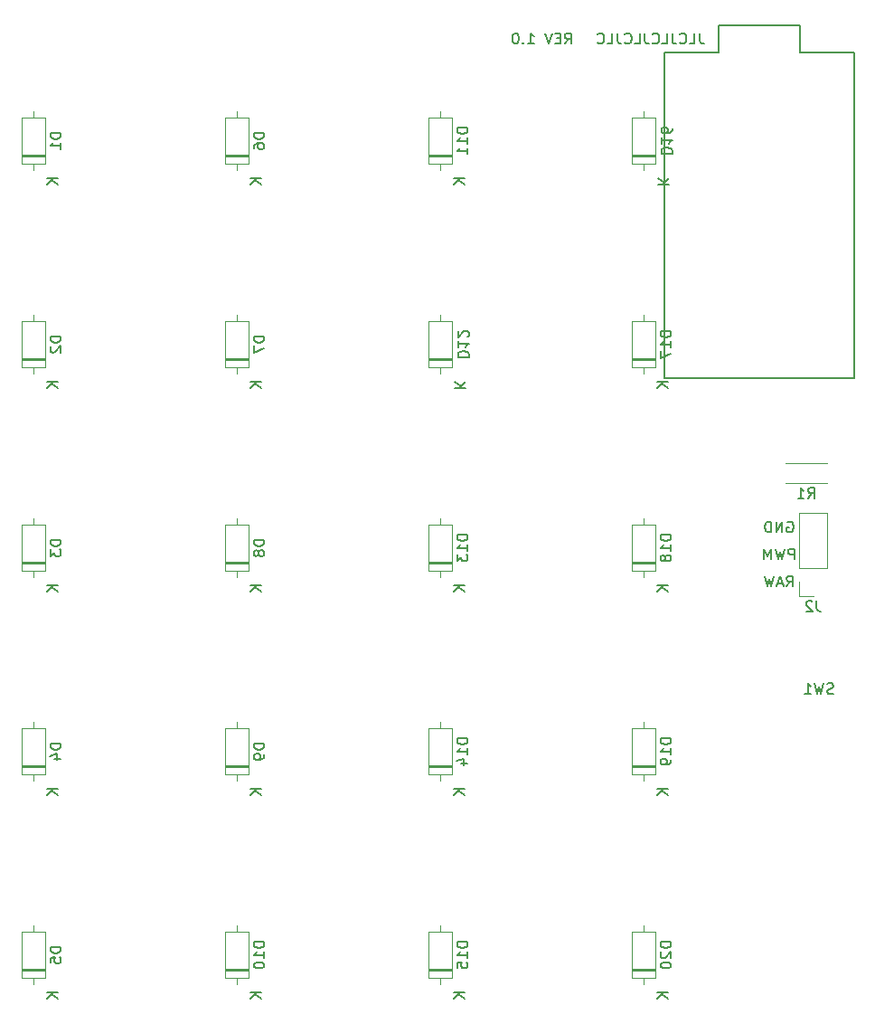
<source format=gbr>
G04 #@! TF.GenerationSoftware,KiCad,Pcbnew,(5.1.5)-3*
G04 #@! TF.CreationDate,2020-01-22T10:49:56+00:00*
G04 #@! TF.ProjectId,macro20,6d616372-6f32-4302-9e6b-696361645f70,rev?*
G04 #@! TF.SameCoordinates,Original*
G04 #@! TF.FileFunction,Legend,Bot*
G04 #@! TF.FilePolarity,Positive*
%FSLAX46Y46*%
G04 Gerber Fmt 4.6, Leading zero omitted, Abs format (unit mm)*
G04 Created by KiCad (PCBNEW (5.1.5)-3) date 2020-01-22 10:49:56*
%MOMM*%
%LPD*%
G04 APERTURE LIST*
%ADD10C,0.200000*%
%ADD11C,0.150000*%
%ADD12C,0.120000*%
G04 APERTURE END LIST*
D10*
X138032857Y-51887380D02*
X138366190Y-51411190D01*
X138604285Y-51887380D02*
X138604285Y-50887380D01*
X138223333Y-50887380D01*
X138128095Y-50935000D01*
X138080476Y-50982619D01*
X138032857Y-51077857D01*
X138032857Y-51220714D01*
X138080476Y-51315952D01*
X138128095Y-51363571D01*
X138223333Y-51411190D01*
X138604285Y-51411190D01*
X137604285Y-51363571D02*
X137270952Y-51363571D01*
X137128095Y-51887380D02*
X137604285Y-51887380D01*
X137604285Y-50887380D01*
X137128095Y-50887380D01*
X136842380Y-50887380D02*
X136509047Y-51887380D01*
X136175714Y-50887380D01*
X134556666Y-51887380D02*
X135128095Y-51887380D01*
X134842380Y-51887380D02*
X134842380Y-50887380D01*
X134937619Y-51030238D01*
X135032857Y-51125476D01*
X135128095Y-51173095D01*
X134128095Y-51792142D02*
X134080476Y-51839761D01*
X134128095Y-51887380D01*
X134175714Y-51839761D01*
X134128095Y-51792142D01*
X134128095Y-51887380D01*
X133461428Y-50887380D02*
X133366190Y-50887380D01*
X133270952Y-50935000D01*
X133223333Y-50982619D01*
X133175714Y-51077857D01*
X133128095Y-51268333D01*
X133128095Y-51506428D01*
X133175714Y-51696904D01*
X133223333Y-51792142D01*
X133270952Y-51839761D01*
X133366190Y-51887380D01*
X133461428Y-51887380D01*
X133556666Y-51839761D01*
X133604285Y-51792142D01*
X133651904Y-51696904D01*
X133699523Y-51506428D01*
X133699523Y-51268333D01*
X133651904Y-51077857D01*
X133604285Y-50982619D01*
X133556666Y-50935000D01*
X133461428Y-50887380D01*
X150669047Y-50887380D02*
X150669047Y-51601666D01*
X150716666Y-51744523D01*
X150811904Y-51839761D01*
X150954761Y-51887380D01*
X151050000Y-51887380D01*
X149716666Y-51887380D02*
X150192857Y-51887380D01*
X150192857Y-50887380D01*
X148811904Y-51792142D02*
X148859523Y-51839761D01*
X149002380Y-51887380D01*
X149097619Y-51887380D01*
X149240476Y-51839761D01*
X149335714Y-51744523D01*
X149383333Y-51649285D01*
X149430952Y-51458809D01*
X149430952Y-51315952D01*
X149383333Y-51125476D01*
X149335714Y-51030238D01*
X149240476Y-50935000D01*
X149097619Y-50887380D01*
X149002380Y-50887380D01*
X148859523Y-50935000D01*
X148811904Y-50982619D01*
X148097619Y-50887380D02*
X148097619Y-51601666D01*
X148145238Y-51744523D01*
X148240476Y-51839761D01*
X148383333Y-51887380D01*
X148478571Y-51887380D01*
X147145238Y-51887380D02*
X147621428Y-51887380D01*
X147621428Y-50887380D01*
X146240476Y-51792142D02*
X146288095Y-51839761D01*
X146430952Y-51887380D01*
X146526190Y-51887380D01*
X146669047Y-51839761D01*
X146764285Y-51744523D01*
X146811904Y-51649285D01*
X146859523Y-51458809D01*
X146859523Y-51315952D01*
X146811904Y-51125476D01*
X146764285Y-51030238D01*
X146669047Y-50935000D01*
X146526190Y-50887380D01*
X146430952Y-50887380D01*
X146288095Y-50935000D01*
X146240476Y-50982619D01*
X145526190Y-50887380D02*
X145526190Y-51601666D01*
X145573809Y-51744523D01*
X145669047Y-51839761D01*
X145811904Y-51887380D01*
X145907142Y-51887380D01*
X144573809Y-51887380D02*
X145050000Y-51887380D01*
X145050000Y-50887380D01*
X143669047Y-51792142D02*
X143716666Y-51839761D01*
X143859523Y-51887380D01*
X143954761Y-51887380D01*
X144097619Y-51839761D01*
X144192857Y-51744523D01*
X144240476Y-51649285D01*
X144288095Y-51458809D01*
X144288095Y-51315952D01*
X144240476Y-51125476D01*
X144192857Y-51030238D01*
X144097619Y-50935000D01*
X143954761Y-50887380D01*
X143859523Y-50887380D01*
X143716666Y-50935000D01*
X143669047Y-50982619D01*
X142954761Y-50887380D02*
X142954761Y-51601666D01*
X143002380Y-51744523D01*
X143097619Y-51839761D01*
X143240476Y-51887380D01*
X143335714Y-51887380D01*
X142002380Y-51887380D02*
X142478571Y-51887380D01*
X142478571Y-50887380D01*
X141097619Y-51792142D02*
X141145238Y-51839761D01*
X141288095Y-51887380D01*
X141383333Y-51887380D01*
X141526190Y-51839761D01*
X141621428Y-51744523D01*
X141669047Y-51649285D01*
X141716666Y-51458809D01*
X141716666Y-51315952D01*
X141669047Y-51125476D01*
X141621428Y-51030238D01*
X141526190Y-50935000D01*
X141383333Y-50887380D01*
X141288095Y-50887380D01*
X141145238Y-50935000D01*
X141097619Y-50982619D01*
D11*
X159519761Y-100147380D02*
X159519761Y-99147380D01*
X159138809Y-99147380D01*
X159043571Y-99195000D01*
X158995952Y-99242619D01*
X158948333Y-99337857D01*
X158948333Y-99480714D01*
X158995952Y-99575952D01*
X159043571Y-99623571D01*
X159138809Y-99671190D01*
X159519761Y-99671190D01*
X158615000Y-99147380D02*
X158376904Y-100147380D01*
X158186428Y-99433095D01*
X157995952Y-100147380D01*
X157757857Y-99147380D01*
X157376904Y-100147380D02*
X157376904Y-99147380D01*
X157043571Y-99861666D01*
X156710238Y-99147380D01*
X156710238Y-100147380D01*
X158876904Y-96655000D02*
X158972142Y-96607380D01*
X159115000Y-96607380D01*
X159257857Y-96655000D01*
X159353095Y-96750238D01*
X159400714Y-96845476D01*
X159448333Y-97035952D01*
X159448333Y-97178809D01*
X159400714Y-97369285D01*
X159353095Y-97464523D01*
X159257857Y-97559761D01*
X159115000Y-97607380D01*
X159019761Y-97607380D01*
X158876904Y-97559761D01*
X158829285Y-97512142D01*
X158829285Y-97178809D01*
X159019761Y-97178809D01*
X158400714Y-97607380D02*
X158400714Y-96607380D01*
X157829285Y-97607380D01*
X157829285Y-96607380D01*
X157353095Y-97607380D02*
X157353095Y-96607380D01*
X157115000Y-96607380D01*
X156972142Y-96655000D01*
X156876904Y-96750238D01*
X156829285Y-96845476D01*
X156781666Y-97035952D01*
X156781666Y-97178809D01*
X156829285Y-97369285D01*
X156876904Y-97464523D01*
X156972142Y-97559761D01*
X157115000Y-97607380D01*
X157353095Y-97607380D01*
X158805476Y-102687380D02*
X159138809Y-102211190D01*
X159376904Y-102687380D02*
X159376904Y-101687380D01*
X158995952Y-101687380D01*
X158900714Y-101735000D01*
X158853095Y-101782619D01*
X158805476Y-101877857D01*
X158805476Y-102020714D01*
X158853095Y-102115952D01*
X158900714Y-102163571D01*
X158995952Y-102211190D01*
X159376904Y-102211190D01*
X158424523Y-102401666D02*
X157948333Y-102401666D01*
X158519761Y-102687380D02*
X158186428Y-101687380D01*
X157853095Y-102687380D01*
X157615000Y-101687380D02*
X157376904Y-102687380D01*
X157186428Y-101973095D01*
X156995952Y-102687380D01*
X156757857Y-101687380D01*
X165100000Y-52705000D02*
X165100000Y-83185000D01*
X160020000Y-52705000D02*
X165100000Y-52705000D01*
X160020000Y-50165000D02*
X160020000Y-52705000D01*
X152400000Y-50165000D02*
X160020000Y-50165000D01*
X152400000Y-52705000D02*
X152400000Y-50165000D01*
X147320000Y-52705000D02*
X152400000Y-52705000D01*
X147320000Y-83185000D02*
X147320000Y-52705000D01*
X165100000Y-83185000D02*
X147320000Y-83185000D01*
D12*
X158735000Y-91155000D02*
X162575000Y-91155000D01*
X158735000Y-92995000D02*
X162575000Y-92995000D01*
X159960000Y-103565000D02*
X161290000Y-103565000D01*
X159960000Y-102235000D02*
X159960000Y-103565000D01*
X159960000Y-100965000D02*
X162620000Y-100965000D01*
X162620000Y-100965000D02*
X162620000Y-95825000D01*
X159960000Y-100965000D02*
X159960000Y-95825000D01*
X159960000Y-95825000D02*
X162620000Y-95825000D01*
X146535000Y-138680000D02*
X144295000Y-138680000D01*
X146535000Y-138440000D02*
X144295000Y-138440000D01*
X146535000Y-138560000D02*
X144295000Y-138560000D01*
X145415000Y-134390000D02*
X145415000Y-135040000D01*
X145415000Y-139930000D02*
X145415000Y-139280000D01*
X146535000Y-135040000D02*
X146535000Y-139280000D01*
X144295000Y-135040000D02*
X146535000Y-135040000D01*
X144295000Y-139280000D02*
X144295000Y-135040000D01*
X146535000Y-139280000D02*
X144295000Y-139280000D01*
X146535000Y-119630000D02*
X144295000Y-119630000D01*
X146535000Y-119390000D02*
X144295000Y-119390000D01*
X146535000Y-119510000D02*
X144295000Y-119510000D01*
X145415000Y-115340000D02*
X145415000Y-115990000D01*
X145415000Y-120880000D02*
X145415000Y-120230000D01*
X146535000Y-115990000D02*
X146535000Y-120230000D01*
X144295000Y-115990000D02*
X146535000Y-115990000D01*
X144295000Y-120230000D02*
X144295000Y-115990000D01*
X146535000Y-120230000D02*
X144295000Y-120230000D01*
X146535000Y-100580000D02*
X144295000Y-100580000D01*
X146535000Y-100340000D02*
X144295000Y-100340000D01*
X146535000Y-100460000D02*
X144295000Y-100460000D01*
X145415000Y-96290000D02*
X145415000Y-96940000D01*
X145415000Y-101830000D02*
X145415000Y-101180000D01*
X146535000Y-96940000D02*
X146535000Y-101180000D01*
X144295000Y-96940000D02*
X146535000Y-96940000D01*
X144295000Y-101180000D02*
X144295000Y-96940000D01*
X146535000Y-101180000D02*
X144295000Y-101180000D01*
X146535000Y-81530000D02*
X144295000Y-81530000D01*
X146535000Y-81290000D02*
X144295000Y-81290000D01*
X146535000Y-81410000D02*
X144295000Y-81410000D01*
X145415000Y-77240000D02*
X145415000Y-77890000D01*
X145415000Y-82780000D02*
X145415000Y-82130000D01*
X146535000Y-77890000D02*
X146535000Y-82130000D01*
X144295000Y-77890000D02*
X146535000Y-77890000D01*
X144295000Y-82130000D02*
X144295000Y-77890000D01*
X146535000Y-82130000D02*
X144295000Y-82130000D01*
X146535000Y-62480000D02*
X144295000Y-62480000D01*
X146535000Y-62240000D02*
X144295000Y-62240000D01*
X146535000Y-62360000D02*
X144295000Y-62360000D01*
X145415000Y-58190000D02*
X145415000Y-58840000D01*
X145415000Y-63730000D02*
X145415000Y-63080000D01*
X146535000Y-58840000D02*
X146535000Y-63080000D01*
X144295000Y-58840000D02*
X146535000Y-58840000D01*
X144295000Y-63080000D02*
X144295000Y-58840000D01*
X146535000Y-63080000D02*
X144295000Y-63080000D01*
X127485000Y-138680000D02*
X125245000Y-138680000D01*
X127485000Y-138440000D02*
X125245000Y-138440000D01*
X127485000Y-138560000D02*
X125245000Y-138560000D01*
X126365000Y-134390000D02*
X126365000Y-135040000D01*
X126365000Y-139930000D02*
X126365000Y-139280000D01*
X127485000Y-135040000D02*
X127485000Y-139280000D01*
X125245000Y-135040000D02*
X127485000Y-135040000D01*
X125245000Y-139280000D02*
X125245000Y-135040000D01*
X127485000Y-139280000D02*
X125245000Y-139280000D01*
X127485000Y-119630000D02*
X125245000Y-119630000D01*
X127485000Y-119390000D02*
X125245000Y-119390000D01*
X127485000Y-119510000D02*
X125245000Y-119510000D01*
X126365000Y-115340000D02*
X126365000Y-115990000D01*
X126365000Y-120880000D02*
X126365000Y-120230000D01*
X127485000Y-115990000D02*
X127485000Y-120230000D01*
X125245000Y-115990000D02*
X127485000Y-115990000D01*
X125245000Y-120230000D02*
X125245000Y-115990000D01*
X127485000Y-120230000D02*
X125245000Y-120230000D01*
X127485000Y-100580000D02*
X125245000Y-100580000D01*
X127485000Y-100340000D02*
X125245000Y-100340000D01*
X127485000Y-100460000D02*
X125245000Y-100460000D01*
X126365000Y-96290000D02*
X126365000Y-96940000D01*
X126365000Y-101830000D02*
X126365000Y-101180000D01*
X127485000Y-96940000D02*
X127485000Y-101180000D01*
X125245000Y-96940000D02*
X127485000Y-96940000D01*
X125245000Y-101180000D02*
X125245000Y-96940000D01*
X127485000Y-101180000D02*
X125245000Y-101180000D01*
X127485000Y-81530000D02*
X125245000Y-81530000D01*
X127485000Y-81290000D02*
X125245000Y-81290000D01*
X127485000Y-81410000D02*
X125245000Y-81410000D01*
X126365000Y-77240000D02*
X126365000Y-77890000D01*
X126365000Y-82780000D02*
X126365000Y-82130000D01*
X127485000Y-77890000D02*
X127485000Y-82130000D01*
X125245000Y-77890000D02*
X127485000Y-77890000D01*
X125245000Y-82130000D02*
X125245000Y-77890000D01*
X127485000Y-82130000D02*
X125245000Y-82130000D01*
X127485000Y-62480000D02*
X125245000Y-62480000D01*
X127485000Y-62240000D02*
X125245000Y-62240000D01*
X127485000Y-62360000D02*
X125245000Y-62360000D01*
X126365000Y-58190000D02*
X126365000Y-58840000D01*
X126365000Y-63730000D02*
X126365000Y-63080000D01*
X127485000Y-58840000D02*
X127485000Y-63080000D01*
X125245000Y-58840000D02*
X127485000Y-58840000D01*
X125245000Y-63080000D02*
X125245000Y-58840000D01*
X127485000Y-63080000D02*
X125245000Y-63080000D01*
X108435000Y-138680000D02*
X106195000Y-138680000D01*
X108435000Y-138440000D02*
X106195000Y-138440000D01*
X108435000Y-138560000D02*
X106195000Y-138560000D01*
X107315000Y-134390000D02*
X107315000Y-135040000D01*
X107315000Y-139930000D02*
X107315000Y-139280000D01*
X108435000Y-135040000D02*
X108435000Y-139280000D01*
X106195000Y-135040000D02*
X108435000Y-135040000D01*
X106195000Y-139280000D02*
X106195000Y-135040000D01*
X108435000Y-139280000D02*
X106195000Y-139280000D01*
X108435000Y-119630000D02*
X106195000Y-119630000D01*
X108435000Y-119390000D02*
X106195000Y-119390000D01*
X108435000Y-119510000D02*
X106195000Y-119510000D01*
X107315000Y-115340000D02*
X107315000Y-115990000D01*
X107315000Y-120880000D02*
X107315000Y-120230000D01*
X108435000Y-115990000D02*
X108435000Y-120230000D01*
X106195000Y-115990000D02*
X108435000Y-115990000D01*
X106195000Y-120230000D02*
X106195000Y-115990000D01*
X108435000Y-120230000D02*
X106195000Y-120230000D01*
X108435000Y-100580000D02*
X106195000Y-100580000D01*
X108435000Y-100340000D02*
X106195000Y-100340000D01*
X108435000Y-100460000D02*
X106195000Y-100460000D01*
X107315000Y-96290000D02*
X107315000Y-96940000D01*
X107315000Y-101830000D02*
X107315000Y-101180000D01*
X108435000Y-96940000D02*
X108435000Y-101180000D01*
X106195000Y-96940000D02*
X108435000Y-96940000D01*
X106195000Y-101180000D02*
X106195000Y-96940000D01*
X108435000Y-101180000D02*
X106195000Y-101180000D01*
X108435000Y-81530000D02*
X106195000Y-81530000D01*
X108435000Y-81290000D02*
X106195000Y-81290000D01*
X108435000Y-81410000D02*
X106195000Y-81410000D01*
X107315000Y-77240000D02*
X107315000Y-77890000D01*
X107315000Y-82780000D02*
X107315000Y-82130000D01*
X108435000Y-77890000D02*
X108435000Y-82130000D01*
X106195000Y-77890000D02*
X108435000Y-77890000D01*
X106195000Y-82130000D02*
X106195000Y-77890000D01*
X108435000Y-82130000D02*
X106195000Y-82130000D01*
X108435000Y-62480000D02*
X106195000Y-62480000D01*
X108435000Y-62240000D02*
X106195000Y-62240000D01*
X108435000Y-62360000D02*
X106195000Y-62360000D01*
X107315000Y-58190000D02*
X107315000Y-58840000D01*
X107315000Y-63730000D02*
X107315000Y-63080000D01*
X108435000Y-58840000D02*
X108435000Y-63080000D01*
X106195000Y-58840000D02*
X108435000Y-58840000D01*
X106195000Y-63080000D02*
X106195000Y-58840000D01*
X108435000Y-63080000D02*
X106195000Y-63080000D01*
X89385000Y-138680000D02*
X87145000Y-138680000D01*
X89385000Y-138440000D02*
X87145000Y-138440000D01*
X89385000Y-138560000D02*
X87145000Y-138560000D01*
X88265000Y-134390000D02*
X88265000Y-135040000D01*
X88265000Y-139930000D02*
X88265000Y-139280000D01*
X89385000Y-135040000D02*
X89385000Y-139280000D01*
X87145000Y-135040000D02*
X89385000Y-135040000D01*
X87145000Y-139280000D02*
X87145000Y-135040000D01*
X89385000Y-139280000D02*
X87145000Y-139280000D01*
X89385000Y-119630000D02*
X87145000Y-119630000D01*
X89385000Y-119390000D02*
X87145000Y-119390000D01*
X89385000Y-119510000D02*
X87145000Y-119510000D01*
X88265000Y-115340000D02*
X88265000Y-115990000D01*
X88265000Y-120880000D02*
X88265000Y-120230000D01*
X89385000Y-115990000D02*
X89385000Y-120230000D01*
X87145000Y-115990000D02*
X89385000Y-115990000D01*
X87145000Y-120230000D02*
X87145000Y-115990000D01*
X89385000Y-120230000D02*
X87145000Y-120230000D01*
X89385000Y-100580000D02*
X87145000Y-100580000D01*
X89385000Y-100340000D02*
X87145000Y-100340000D01*
X89385000Y-100460000D02*
X87145000Y-100460000D01*
X88265000Y-96290000D02*
X88265000Y-96940000D01*
X88265000Y-101830000D02*
X88265000Y-101180000D01*
X89385000Y-96940000D02*
X89385000Y-101180000D01*
X87145000Y-96940000D02*
X89385000Y-96940000D01*
X87145000Y-101180000D02*
X87145000Y-96940000D01*
X89385000Y-101180000D02*
X87145000Y-101180000D01*
X89385000Y-81530000D02*
X87145000Y-81530000D01*
X89385000Y-81290000D02*
X87145000Y-81290000D01*
X89385000Y-81410000D02*
X87145000Y-81410000D01*
X88265000Y-77240000D02*
X88265000Y-77890000D01*
X88265000Y-82780000D02*
X88265000Y-82130000D01*
X89385000Y-77890000D02*
X89385000Y-82130000D01*
X87145000Y-77890000D02*
X89385000Y-77890000D01*
X87145000Y-82130000D02*
X87145000Y-77890000D01*
X89385000Y-82130000D02*
X87145000Y-82130000D01*
X89385000Y-62480000D02*
X87145000Y-62480000D01*
X89385000Y-62240000D02*
X87145000Y-62240000D01*
X89385000Y-62360000D02*
X87145000Y-62360000D01*
X88265000Y-58190000D02*
X88265000Y-58840000D01*
X88265000Y-63730000D02*
X88265000Y-63080000D01*
X89385000Y-58840000D02*
X89385000Y-63080000D01*
X87145000Y-58840000D02*
X89385000Y-58840000D01*
X87145000Y-63080000D02*
X87145000Y-58840000D01*
X89385000Y-63080000D02*
X87145000Y-63080000D01*
D11*
X160821666Y-94447380D02*
X161155000Y-93971190D01*
X161393095Y-94447380D02*
X161393095Y-93447380D01*
X161012142Y-93447380D01*
X160916904Y-93495000D01*
X160869285Y-93542619D01*
X160821666Y-93637857D01*
X160821666Y-93780714D01*
X160869285Y-93875952D01*
X160916904Y-93923571D01*
X161012142Y-93971190D01*
X161393095Y-93971190D01*
X159869285Y-94447380D02*
X160440714Y-94447380D01*
X160155000Y-94447380D02*
X160155000Y-93447380D01*
X160250238Y-93590238D01*
X160345476Y-93685476D01*
X160440714Y-93733095D01*
X163183333Y-112704761D02*
X163040476Y-112752380D01*
X162802380Y-112752380D01*
X162707142Y-112704761D01*
X162659523Y-112657142D01*
X162611904Y-112561904D01*
X162611904Y-112466666D01*
X162659523Y-112371428D01*
X162707142Y-112323809D01*
X162802380Y-112276190D01*
X162992857Y-112228571D01*
X163088095Y-112180952D01*
X163135714Y-112133333D01*
X163183333Y-112038095D01*
X163183333Y-111942857D01*
X163135714Y-111847619D01*
X163088095Y-111800000D01*
X162992857Y-111752380D01*
X162754761Y-111752380D01*
X162611904Y-111800000D01*
X162278571Y-111752380D02*
X162040476Y-112752380D01*
X161850000Y-112038095D01*
X161659523Y-112752380D01*
X161421428Y-111752380D01*
X160516666Y-112752380D02*
X161088095Y-112752380D01*
X160802380Y-112752380D02*
X160802380Y-111752380D01*
X160897619Y-111895238D01*
X160992857Y-111990476D01*
X161088095Y-112038095D01*
X161623333Y-104017380D02*
X161623333Y-104731666D01*
X161670952Y-104874523D01*
X161766190Y-104969761D01*
X161909047Y-105017380D01*
X162004285Y-105017380D01*
X161194761Y-104112619D02*
X161147142Y-104065000D01*
X161051904Y-104017380D01*
X160813809Y-104017380D01*
X160718571Y-104065000D01*
X160670952Y-104112619D01*
X160623333Y-104207857D01*
X160623333Y-104303095D01*
X160670952Y-104445952D01*
X161242380Y-105017380D01*
X160623333Y-105017380D01*
X147987380Y-135945714D02*
X146987380Y-135945714D01*
X146987380Y-136183809D01*
X147035000Y-136326666D01*
X147130238Y-136421904D01*
X147225476Y-136469523D01*
X147415952Y-136517142D01*
X147558809Y-136517142D01*
X147749285Y-136469523D01*
X147844523Y-136421904D01*
X147939761Y-136326666D01*
X147987380Y-136183809D01*
X147987380Y-135945714D01*
X147082619Y-136898095D02*
X147035000Y-136945714D01*
X146987380Y-137040952D01*
X146987380Y-137279047D01*
X147035000Y-137374285D01*
X147082619Y-137421904D01*
X147177857Y-137469523D01*
X147273095Y-137469523D01*
X147415952Y-137421904D01*
X147987380Y-136850476D01*
X147987380Y-137469523D01*
X146987380Y-138088571D02*
X146987380Y-138183809D01*
X147035000Y-138279047D01*
X147082619Y-138326666D01*
X147177857Y-138374285D01*
X147368333Y-138421904D01*
X147606428Y-138421904D01*
X147796904Y-138374285D01*
X147892142Y-138326666D01*
X147939761Y-138279047D01*
X147987380Y-138183809D01*
X147987380Y-138088571D01*
X147939761Y-137993333D01*
X147892142Y-137945714D01*
X147796904Y-137898095D01*
X147606428Y-137850476D01*
X147368333Y-137850476D01*
X147177857Y-137898095D01*
X147082619Y-137945714D01*
X147035000Y-137993333D01*
X146987380Y-138088571D01*
X147667380Y-140708095D02*
X146667380Y-140708095D01*
X147667380Y-141279523D02*
X147095952Y-140850952D01*
X146667380Y-141279523D02*
X147238809Y-140708095D01*
X147987380Y-116895714D02*
X146987380Y-116895714D01*
X146987380Y-117133809D01*
X147035000Y-117276666D01*
X147130238Y-117371904D01*
X147225476Y-117419523D01*
X147415952Y-117467142D01*
X147558809Y-117467142D01*
X147749285Y-117419523D01*
X147844523Y-117371904D01*
X147939761Y-117276666D01*
X147987380Y-117133809D01*
X147987380Y-116895714D01*
X147987380Y-118419523D02*
X147987380Y-117848095D01*
X147987380Y-118133809D02*
X146987380Y-118133809D01*
X147130238Y-118038571D01*
X147225476Y-117943333D01*
X147273095Y-117848095D01*
X147987380Y-118895714D02*
X147987380Y-119086190D01*
X147939761Y-119181428D01*
X147892142Y-119229047D01*
X147749285Y-119324285D01*
X147558809Y-119371904D01*
X147177857Y-119371904D01*
X147082619Y-119324285D01*
X147035000Y-119276666D01*
X146987380Y-119181428D01*
X146987380Y-118990952D01*
X147035000Y-118895714D01*
X147082619Y-118848095D01*
X147177857Y-118800476D01*
X147415952Y-118800476D01*
X147511190Y-118848095D01*
X147558809Y-118895714D01*
X147606428Y-118990952D01*
X147606428Y-119181428D01*
X147558809Y-119276666D01*
X147511190Y-119324285D01*
X147415952Y-119371904D01*
X147667380Y-121658095D02*
X146667380Y-121658095D01*
X147667380Y-122229523D02*
X147095952Y-121800952D01*
X146667380Y-122229523D02*
X147238809Y-121658095D01*
X147987380Y-97845714D02*
X146987380Y-97845714D01*
X146987380Y-98083809D01*
X147035000Y-98226666D01*
X147130238Y-98321904D01*
X147225476Y-98369523D01*
X147415952Y-98417142D01*
X147558809Y-98417142D01*
X147749285Y-98369523D01*
X147844523Y-98321904D01*
X147939761Y-98226666D01*
X147987380Y-98083809D01*
X147987380Y-97845714D01*
X147987380Y-99369523D02*
X147987380Y-98798095D01*
X147987380Y-99083809D02*
X146987380Y-99083809D01*
X147130238Y-98988571D01*
X147225476Y-98893333D01*
X147273095Y-98798095D01*
X147415952Y-99940952D02*
X147368333Y-99845714D01*
X147320714Y-99798095D01*
X147225476Y-99750476D01*
X147177857Y-99750476D01*
X147082619Y-99798095D01*
X147035000Y-99845714D01*
X146987380Y-99940952D01*
X146987380Y-100131428D01*
X147035000Y-100226666D01*
X147082619Y-100274285D01*
X147177857Y-100321904D01*
X147225476Y-100321904D01*
X147320714Y-100274285D01*
X147368333Y-100226666D01*
X147415952Y-100131428D01*
X147415952Y-99940952D01*
X147463571Y-99845714D01*
X147511190Y-99798095D01*
X147606428Y-99750476D01*
X147796904Y-99750476D01*
X147892142Y-99798095D01*
X147939761Y-99845714D01*
X147987380Y-99940952D01*
X147987380Y-100131428D01*
X147939761Y-100226666D01*
X147892142Y-100274285D01*
X147796904Y-100321904D01*
X147606428Y-100321904D01*
X147511190Y-100274285D01*
X147463571Y-100226666D01*
X147415952Y-100131428D01*
X147667380Y-102608095D02*
X146667380Y-102608095D01*
X147667380Y-103179523D02*
X147095952Y-102750952D01*
X146667380Y-103179523D02*
X147238809Y-102608095D01*
X147987380Y-78795714D02*
X146987380Y-78795714D01*
X146987380Y-79033809D01*
X147035000Y-79176666D01*
X147130238Y-79271904D01*
X147225476Y-79319523D01*
X147415952Y-79367142D01*
X147558809Y-79367142D01*
X147749285Y-79319523D01*
X147844523Y-79271904D01*
X147939761Y-79176666D01*
X147987380Y-79033809D01*
X147987380Y-78795714D01*
X147987380Y-80319523D02*
X147987380Y-79748095D01*
X147987380Y-80033809D02*
X146987380Y-80033809D01*
X147130238Y-79938571D01*
X147225476Y-79843333D01*
X147273095Y-79748095D01*
X146987380Y-80652857D02*
X146987380Y-81319523D01*
X147987380Y-80890952D01*
X147667380Y-83558095D02*
X146667380Y-83558095D01*
X147667380Y-84129523D02*
X147095952Y-83700952D01*
X146667380Y-84129523D02*
X147238809Y-83558095D01*
X147082619Y-62174285D02*
X148082619Y-62174285D01*
X148082619Y-61936190D01*
X148035000Y-61793333D01*
X147939761Y-61698095D01*
X147844523Y-61650476D01*
X147654047Y-61602857D01*
X147511190Y-61602857D01*
X147320714Y-61650476D01*
X147225476Y-61698095D01*
X147130238Y-61793333D01*
X147082619Y-61936190D01*
X147082619Y-62174285D01*
X147082619Y-60650476D02*
X147082619Y-61221904D01*
X147082619Y-60936190D02*
X148082619Y-60936190D01*
X147939761Y-61031428D01*
X147844523Y-61126666D01*
X147796904Y-61221904D01*
X148082619Y-59793333D02*
X148082619Y-59983809D01*
X148035000Y-60079047D01*
X147987380Y-60126666D01*
X147844523Y-60221904D01*
X147654047Y-60269523D01*
X147273095Y-60269523D01*
X147177857Y-60221904D01*
X147130238Y-60174285D01*
X147082619Y-60079047D01*
X147082619Y-59888571D01*
X147130238Y-59793333D01*
X147177857Y-59745714D01*
X147273095Y-59698095D01*
X147511190Y-59698095D01*
X147606428Y-59745714D01*
X147654047Y-59793333D01*
X147701666Y-59888571D01*
X147701666Y-60079047D01*
X147654047Y-60174285D01*
X147606428Y-60221904D01*
X147511190Y-60269523D01*
X146762619Y-65031904D02*
X147762619Y-65031904D01*
X146762619Y-64460476D02*
X147334047Y-64889047D01*
X147762619Y-64460476D02*
X147191190Y-65031904D01*
X128937380Y-135945714D02*
X127937380Y-135945714D01*
X127937380Y-136183809D01*
X127985000Y-136326666D01*
X128080238Y-136421904D01*
X128175476Y-136469523D01*
X128365952Y-136517142D01*
X128508809Y-136517142D01*
X128699285Y-136469523D01*
X128794523Y-136421904D01*
X128889761Y-136326666D01*
X128937380Y-136183809D01*
X128937380Y-135945714D01*
X128937380Y-137469523D02*
X128937380Y-136898095D01*
X128937380Y-137183809D02*
X127937380Y-137183809D01*
X128080238Y-137088571D01*
X128175476Y-136993333D01*
X128223095Y-136898095D01*
X127937380Y-138374285D02*
X127937380Y-137898095D01*
X128413571Y-137850476D01*
X128365952Y-137898095D01*
X128318333Y-137993333D01*
X128318333Y-138231428D01*
X128365952Y-138326666D01*
X128413571Y-138374285D01*
X128508809Y-138421904D01*
X128746904Y-138421904D01*
X128842142Y-138374285D01*
X128889761Y-138326666D01*
X128937380Y-138231428D01*
X128937380Y-137993333D01*
X128889761Y-137898095D01*
X128842142Y-137850476D01*
X128617380Y-140708095D02*
X127617380Y-140708095D01*
X128617380Y-141279523D02*
X128045952Y-140850952D01*
X127617380Y-141279523D02*
X128188809Y-140708095D01*
X128937380Y-116895714D02*
X127937380Y-116895714D01*
X127937380Y-117133809D01*
X127985000Y-117276666D01*
X128080238Y-117371904D01*
X128175476Y-117419523D01*
X128365952Y-117467142D01*
X128508809Y-117467142D01*
X128699285Y-117419523D01*
X128794523Y-117371904D01*
X128889761Y-117276666D01*
X128937380Y-117133809D01*
X128937380Y-116895714D01*
X128937380Y-118419523D02*
X128937380Y-117848095D01*
X128937380Y-118133809D02*
X127937380Y-118133809D01*
X128080238Y-118038571D01*
X128175476Y-117943333D01*
X128223095Y-117848095D01*
X128270714Y-119276666D02*
X128937380Y-119276666D01*
X127889761Y-119038571D02*
X128604047Y-118800476D01*
X128604047Y-119419523D01*
X128617380Y-121658095D02*
X127617380Y-121658095D01*
X128617380Y-122229523D02*
X128045952Y-121800952D01*
X127617380Y-122229523D02*
X128188809Y-121658095D01*
X128937380Y-97845714D02*
X127937380Y-97845714D01*
X127937380Y-98083809D01*
X127985000Y-98226666D01*
X128080238Y-98321904D01*
X128175476Y-98369523D01*
X128365952Y-98417142D01*
X128508809Y-98417142D01*
X128699285Y-98369523D01*
X128794523Y-98321904D01*
X128889761Y-98226666D01*
X128937380Y-98083809D01*
X128937380Y-97845714D01*
X128937380Y-99369523D02*
X128937380Y-98798095D01*
X128937380Y-99083809D02*
X127937380Y-99083809D01*
X128080238Y-98988571D01*
X128175476Y-98893333D01*
X128223095Y-98798095D01*
X127937380Y-99702857D02*
X127937380Y-100321904D01*
X128318333Y-99988571D01*
X128318333Y-100131428D01*
X128365952Y-100226666D01*
X128413571Y-100274285D01*
X128508809Y-100321904D01*
X128746904Y-100321904D01*
X128842142Y-100274285D01*
X128889761Y-100226666D01*
X128937380Y-100131428D01*
X128937380Y-99845714D01*
X128889761Y-99750476D01*
X128842142Y-99702857D01*
X128617380Y-102608095D02*
X127617380Y-102608095D01*
X128617380Y-103179523D02*
X128045952Y-102750952D01*
X127617380Y-103179523D02*
X128188809Y-102608095D01*
X128032619Y-81224285D02*
X129032619Y-81224285D01*
X129032619Y-80986190D01*
X128985000Y-80843333D01*
X128889761Y-80748095D01*
X128794523Y-80700476D01*
X128604047Y-80652857D01*
X128461190Y-80652857D01*
X128270714Y-80700476D01*
X128175476Y-80748095D01*
X128080238Y-80843333D01*
X128032619Y-80986190D01*
X128032619Y-81224285D01*
X128032619Y-79700476D02*
X128032619Y-80271904D01*
X128032619Y-79986190D02*
X129032619Y-79986190D01*
X128889761Y-80081428D01*
X128794523Y-80176666D01*
X128746904Y-80271904D01*
X128937380Y-79319523D02*
X128985000Y-79271904D01*
X129032619Y-79176666D01*
X129032619Y-78938571D01*
X128985000Y-78843333D01*
X128937380Y-78795714D01*
X128842142Y-78748095D01*
X128746904Y-78748095D01*
X128604047Y-78795714D01*
X128032619Y-79367142D01*
X128032619Y-78748095D01*
X127712619Y-84081904D02*
X128712619Y-84081904D01*
X127712619Y-83510476D02*
X128284047Y-83939047D01*
X128712619Y-83510476D02*
X128141190Y-84081904D01*
X128937380Y-59745714D02*
X127937380Y-59745714D01*
X127937380Y-59983809D01*
X127985000Y-60126666D01*
X128080238Y-60221904D01*
X128175476Y-60269523D01*
X128365952Y-60317142D01*
X128508809Y-60317142D01*
X128699285Y-60269523D01*
X128794523Y-60221904D01*
X128889761Y-60126666D01*
X128937380Y-59983809D01*
X128937380Y-59745714D01*
X128937380Y-61269523D02*
X128937380Y-60698095D01*
X128937380Y-60983809D02*
X127937380Y-60983809D01*
X128080238Y-60888571D01*
X128175476Y-60793333D01*
X128223095Y-60698095D01*
X128937380Y-62221904D02*
X128937380Y-61650476D01*
X128937380Y-61936190D02*
X127937380Y-61936190D01*
X128080238Y-61840952D01*
X128175476Y-61745714D01*
X128223095Y-61650476D01*
X128617380Y-64508095D02*
X127617380Y-64508095D01*
X128617380Y-65079523D02*
X128045952Y-64650952D01*
X127617380Y-65079523D02*
X128188809Y-64508095D01*
X109887380Y-135945714D02*
X108887380Y-135945714D01*
X108887380Y-136183809D01*
X108935000Y-136326666D01*
X109030238Y-136421904D01*
X109125476Y-136469523D01*
X109315952Y-136517142D01*
X109458809Y-136517142D01*
X109649285Y-136469523D01*
X109744523Y-136421904D01*
X109839761Y-136326666D01*
X109887380Y-136183809D01*
X109887380Y-135945714D01*
X109887380Y-137469523D02*
X109887380Y-136898095D01*
X109887380Y-137183809D02*
X108887380Y-137183809D01*
X109030238Y-137088571D01*
X109125476Y-136993333D01*
X109173095Y-136898095D01*
X108887380Y-138088571D02*
X108887380Y-138183809D01*
X108935000Y-138279047D01*
X108982619Y-138326666D01*
X109077857Y-138374285D01*
X109268333Y-138421904D01*
X109506428Y-138421904D01*
X109696904Y-138374285D01*
X109792142Y-138326666D01*
X109839761Y-138279047D01*
X109887380Y-138183809D01*
X109887380Y-138088571D01*
X109839761Y-137993333D01*
X109792142Y-137945714D01*
X109696904Y-137898095D01*
X109506428Y-137850476D01*
X109268333Y-137850476D01*
X109077857Y-137898095D01*
X108982619Y-137945714D01*
X108935000Y-137993333D01*
X108887380Y-138088571D01*
X109567380Y-140708095D02*
X108567380Y-140708095D01*
X109567380Y-141279523D02*
X108995952Y-140850952D01*
X108567380Y-141279523D02*
X109138809Y-140708095D01*
X109887380Y-117371904D02*
X108887380Y-117371904D01*
X108887380Y-117610000D01*
X108935000Y-117752857D01*
X109030238Y-117848095D01*
X109125476Y-117895714D01*
X109315952Y-117943333D01*
X109458809Y-117943333D01*
X109649285Y-117895714D01*
X109744523Y-117848095D01*
X109839761Y-117752857D01*
X109887380Y-117610000D01*
X109887380Y-117371904D01*
X109887380Y-118419523D02*
X109887380Y-118610000D01*
X109839761Y-118705238D01*
X109792142Y-118752857D01*
X109649285Y-118848095D01*
X109458809Y-118895714D01*
X109077857Y-118895714D01*
X108982619Y-118848095D01*
X108935000Y-118800476D01*
X108887380Y-118705238D01*
X108887380Y-118514761D01*
X108935000Y-118419523D01*
X108982619Y-118371904D01*
X109077857Y-118324285D01*
X109315952Y-118324285D01*
X109411190Y-118371904D01*
X109458809Y-118419523D01*
X109506428Y-118514761D01*
X109506428Y-118705238D01*
X109458809Y-118800476D01*
X109411190Y-118848095D01*
X109315952Y-118895714D01*
X109567380Y-121658095D02*
X108567380Y-121658095D01*
X109567380Y-122229523D02*
X108995952Y-121800952D01*
X108567380Y-122229523D02*
X109138809Y-121658095D01*
X109887380Y-98321904D02*
X108887380Y-98321904D01*
X108887380Y-98560000D01*
X108935000Y-98702857D01*
X109030238Y-98798095D01*
X109125476Y-98845714D01*
X109315952Y-98893333D01*
X109458809Y-98893333D01*
X109649285Y-98845714D01*
X109744523Y-98798095D01*
X109839761Y-98702857D01*
X109887380Y-98560000D01*
X109887380Y-98321904D01*
X109315952Y-99464761D02*
X109268333Y-99369523D01*
X109220714Y-99321904D01*
X109125476Y-99274285D01*
X109077857Y-99274285D01*
X108982619Y-99321904D01*
X108935000Y-99369523D01*
X108887380Y-99464761D01*
X108887380Y-99655238D01*
X108935000Y-99750476D01*
X108982619Y-99798095D01*
X109077857Y-99845714D01*
X109125476Y-99845714D01*
X109220714Y-99798095D01*
X109268333Y-99750476D01*
X109315952Y-99655238D01*
X109315952Y-99464761D01*
X109363571Y-99369523D01*
X109411190Y-99321904D01*
X109506428Y-99274285D01*
X109696904Y-99274285D01*
X109792142Y-99321904D01*
X109839761Y-99369523D01*
X109887380Y-99464761D01*
X109887380Y-99655238D01*
X109839761Y-99750476D01*
X109792142Y-99798095D01*
X109696904Y-99845714D01*
X109506428Y-99845714D01*
X109411190Y-99798095D01*
X109363571Y-99750476D01*
X109315952Y-99655238D01*
X109567380Y-102608095D02*
X108567380Y-102608095D01*
X109567380Y-103179523D02*
X108995952Y-102750952D01*
X108567380Y-103179523D02*
X109138809Y-102608095D01*
X109887380Y-79271904D02*
X108887380Y-79271904D01*
X108887380Y-79510000D01*
X108935000Y-79652857D01*
X109030238Y-79748095D01*
X109125476Y-79795714D01*
X109315952Y-79843333D01*
X109458809Y-79843333D01*
X109649285Y-79795714D01*
X109744523Y-79748095D01*
X109839761Y-79652857D01*
X109887380Y-79510000D01*
X109887380Y-79271904D01*
X108887380Y-80176666D02*
X108887380Y-80843333D01*
X109887380Y-80414761D01*
X109567380Y-83558095D02*
X108567380Y-83558095D01*
X109567380Y-84129523D02*
X108995952Y-83700952D01*
X108567380Y-84129523D02*
X109138809Y-83558095D01*
X109887380Y-60221904D02*
X108887380Y-60221904D01*
X108887380Y-60460000D01*
X108935000Y-60602857D01*
X109030238Y-60698095D01*
X109125476Y-60745714D01*
X109315952Y-60793333D01*
X109458809Y-60793333D01*
X109649285Y-60745714D01*
X109744523Y-60698095D01*
X109839761Y-60602857D01*
X109887380Y-60460000D01*
X109887380Y-60221904D01*
X108887380Y-61650476D02*
X108887380Y-61460000D01*
X108935000Y-61364761D01*
X108982619Y-61317142D01*
X109125476Y-61221904D01*
X109315952Y-61174285D01*
X109696904Y-61174285D01*
X109792142Y-61221904D01*
X109839761Y-61269523D01*
X109887380Y-61364761D01*
X109887380Y-61555238D01*
X109839761Y-61650476D01*
X109792142Y-61698095D01*
X109696904Y-61745714D01*
X109458809Y-61745714D01*
X109363571Y-61698095D01*
X109315952Y-61650476D01*
X109268333Y-61555238D01*
X109268333Y-61364761D01*
X109315952Y-61269523D01*
X109363571Y-61221904D01*
X109458809Y-61174285D01*
X109567380Y-64508095D02*
X108567380Y-64508095D01*
X109567380Y-65079523D02*
X108995952Y-64650952D01*
X108567380Y-65079523D02*
X109138809Y-64508095D01*
X90837380Y-136421904D02*
X89837380Y-136421904D01*
X89837380Y-136660000D01*
X89885000Y-136802857D01*
X89980238Y-136898095D01*
X90075476Y-136945714D01*
X90265952Y-136993333D01*
X90408809Y-136993333D01*
X90599285Y-136945714D01*
X90694523Y-136898095D01*
X90789761Y-136802857D01*
X90837380Y-136660000D01*
X90837380Y-136421904D01*
X89837380Y-137898095D02*
X89837380Y-137421904D01*
X90313571Y-137374285D01*
X90265952Y-137421904D01*
X90218333Y-137517142D01*
X90218333Y-137755238D01*
X90265952Y-137850476D01*
X90313571Y-137898095D01*
X90408809Y-137945714D01*
X90646904Y-137945714D01*
X90742142Y-137898095D01*
X90789761Y-137850476D01*
X90837380Y-137755238D01*
X90837380Y-137517142D01*
X90789761Y-137421904D01*
X90742142Y-137374285D01*
X90517380Y-140708095D02*
X89517380Y-140708095D01*
X90517380Y-141279523D02*
X89945952Y-140850952D01*
X89517380Y-141279523D02*
X90088809Y-140708095D01*
X90837380Y-117371904D02*
X89837380Y-117371904D01*
X89837380Y-117610000D01*
X89885000Y-117752857D01*
X89980238Y-117848095D01*
X90075476Y-117895714D01*
X90265952Y-117943333D01*
X90408809Y-117943333D01*
X90599285Y-117895714D01*
X90694523Y-117848095D01*
X90789761Y-117752857D01*
X90837380Y-117610000D01*
X90837380Y-117371904D01*
X90170714Y-118800476D02*
X90837380Y-118800476D01*
X89789761Y-118562380D02*
X90504047Y-118324285D01*
X90504047Y-118943333D01*
X90517380Y-121658095D02*
X89517380Y-121658095D01*
X90517380Y-122229523D02*
X89945952Y-121800952D01*
X89517380Y-122229523D02*
X90088809Y-121658095D01*
X90837380Y-98321904D02*
X89837380Y-98321904D01*
X89837380Y-98560000D01*
X89885000Y-98702857D01*
X89980238Y-98798095D01*
X90075476Y-98845714D01*
X90265952Y-98893333D01*
X90408809Y-98893333D01*
X90599285Y-98845714D01*
X90694523Y-98798095D01*
X90789761Y-98702857D01*
X90837380Y-98560000D01*
X90837380Y-98321904D01*
X89837380Y-99226666D02*
X89837380Y-99845714D01*
X90218333Y-99512380D01*
X90218333Y-99655238D01*
X90265952Y-99750476D01*
X90313571Y-99798095D01*
X90408809Y-99845714D01*
X90646904Y-99845714D01*
X90742142Y-99798095D01*
X90789761Y-99750476D01*
X90837380Y-99655238D01*
X90837380Y-99369523D01*
X90789761Y-99274285D01*
X90742142Y-99226666D01*
X90517380Y-102608095D02*
X89517380Y-102608095D01*
X90517380Y-103179523D02*
X89945952Y-102750952D01*
X89517380Y-103179523D02*
X90088809Y-102608095D01*
X90837380Y-79271904D02*
X89837380Y-79271904D01*
X89837380Y-79510000D01*
X89885000Y-79652857D01*
X89980238Y-79748095D01*
X90075476Y-79795714D01*
X90265952Y-79843333D01*
X90408809Y-79843333D01*
X90599285Y-79795714D01*
X90694523Y-79748095D01*
X90789761Y-79652857D01*
X90837380Y-79510000D01*
X90837380Y-79271904D01*
X89932619Y-80224285D02*
X89885000Y-80271904D01*
X89837380Y-80367142D01*
X89837380Y-80605238D01*
X89885000Y-80700476D01*
X89932619Y-80748095D01*
X90027857Y-80795714D01*
X90123095Y-80795714D01*
X90265952Y-80748095D01*
X90837380Y-80176666D01*
X90837380Y-80795714D01*
X90517380Y-83558095D02*
X89517380Y-83558095D01*
X90517380Y-84129523D02*
X89945952Y-83700952D01*
X89517380Y-84129523D02*
X90088809Y-83558095D01*
X90837380Y-60221904D02*
X89837380Y-60221904D01*
X89837380Y-60460000D01*
X89885000Y-60602857D01*
X89980238Y-60698095D01*
X90075476Y-60745714D01*
X90265952Y-60793333D01*
X90408809Y-60793333D01*
X90599285Y-60745714D01*
X90694523Y-60698095D01*
X90789761Y-60602857D01*
X90837380Y-60460000D01*
X90837380Y-60221904D01*
X90837380Y-61745714D02*
X90837380Y-61174285D01*
X90837380Y-61460000D02*
X89837380Y-61460000D01*
X89980238Y-61364761D01*
X90075476Y-61269523D01*
X90123095Y-61174285D01*
X90517380Y-64508095D02*
X89517380Y-64508095D01*
X90517380Y-65079523D02*
X89945952Y-64650952D01*
X89517380Y-65079523D02*
X90088809Y-64508095D01*
M02*

</source>
